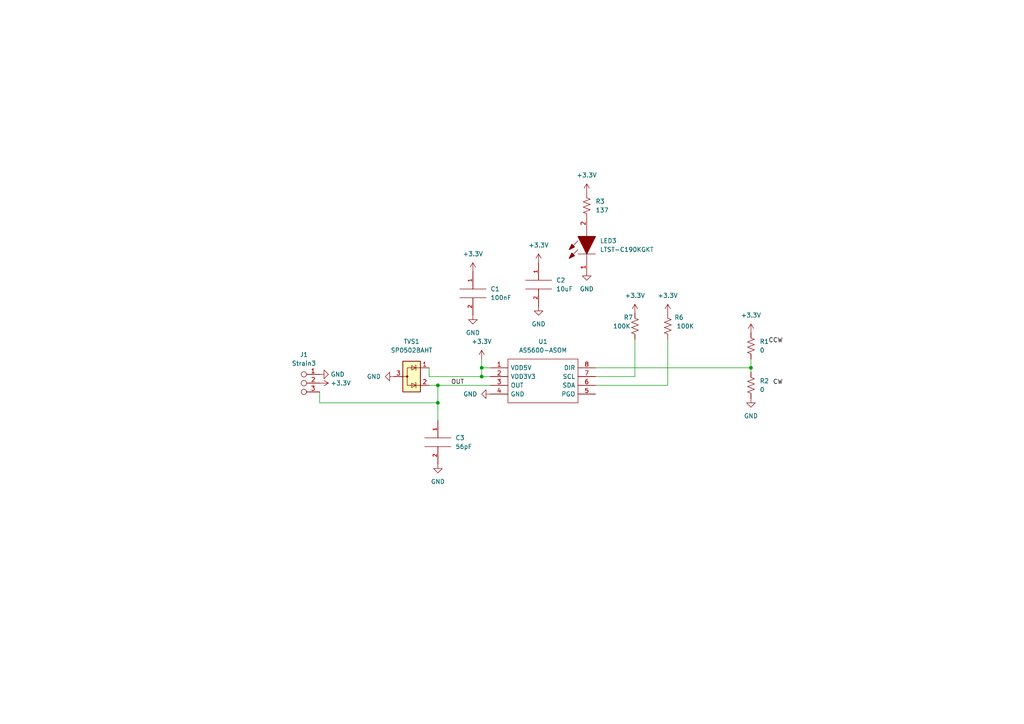
<source format=kicad_sch>
(kicad_sch (version 20211123) (generator eeschema)
  (paper "A4")
  (lib_symbols
    (symbol "Connector_Generic:Strain3" (pin_names (offset 1.016) hide)
      (property "Reference" "J" (at 0 5.08 0))
      (property "Value" "Strain3" (at 0 -5.08 0))
      (symbol "Strain3_0_1"
        (circle (center -0.508 -2.54) (radius 0.762))
        (circle (center -0.508 0) (radius 0.8032))
        (circle (center -0.508 2.54) (radius 0.762))
      )
      (symbol "Strain3_1_1"
        (pin passive line (at -5.08 2.54 0) (length 3.81) (name "Pin_1") (number "1"))
        (pin passive line (at -5.08 0 0) (length 3.75) (name "Pin_2") (number "2"))
        (pin passive line (at -5.08 -2.54 0) (length 3.81) (name "Pin_3") (number "3"))
      )
    )
    (symbol "Device:R_US" (pin_numbers hide) (pin_names (offset 0))
      (property "Reference" "R" (at 2.54 0 90))
      (property "Value" "R_US" (at -2.54 0 90))
      (symbol "R_US_0_1"
        (polyline (pts (xy 0 -2.286) (xy 0 -2.54)))
        (polyline (pts (xy 0 2.286) (xy 0 2.54)))
        (polyline (pts (xy 0 -0.762) (xy 1.016 -1.143) (xy 0 -1.524) (xy -1.016 -1.905) (xy 0 -2.286)))
        (polyline (pts (xy 0 0.762) (xy 1.016 0.381) (xy 0 0) (xy -1.016 -0.381) (xy 0 -0.762)))
        (polyline (pts (xy 0 2.286) (xy 1.016 1.905) (xy 0 1.524) (xy -1.016 1.143) (xy 0 0.762)))
      )
      (symbol "R_US_1_1"
        (pin passive line (at 0 3.81 270) (length 1.27) (name "~") (number "1"))
        (pin passive line (at 0 -3.81 90) (length 1.27) (name "~") (number "2"))
      )
    )
    (symbol "Power_Protection:SP0502BAHT" (pin_names hide)
      (property "Reference" "D" (at 5.715 2.54 0))
      (property "Value" "SP0502BAHT" (at 5.715 0.635 0))
      (symbol "SP0502BAHT_0_0"
        (pin passive line (at 0 -5.08 90) (length 2.54) (name "A") (number "3"))
      )
      (symbol "SP0502BAHT_0_1"
        (rectangle (start -4.445 2.54) (end 4.445 -2.54) (stroke (width 0.254)) (fill (type background)))
        (circle (center 0 -1.27) (radius 0.254) (fill (type outline)))
        (polyline (pts (xy -2.54 2.54) (xy -2.54 1.27)))
        (polyline (pts (xy 0 -1.27) (xy 0 -2.54)))
        (polyline (pts (xy 2.54 2.54) (xy 2.54 1.27)))
        (polyline (pts (xy -3.302 1.016) (xy -3.302 1.27) (xy -1.905 1.27) (xy -1.778 1.27)))
        (polyline (pts (xy -2.54 1.27) (xy -2.54 -1.27) (xy 2.54 -1.27) (xy 2.54 1.27)))
        (polyline (pts (xy -2.54 1.27) (xy -1.905 0) (xy -3.175 0) (xy -2.54 1.27)))
        (polyline (pts (xy 1.778 1.016) (xy 1.778 1.27) (xy 3.175 1.27) (xy 3.302 1.27)))
        (polyline (pts (xy 2.54 1.27) (xy 1.905 0) (xy 3.175 0) (xy 2.54 1.27)))
      )
      (symbol "SP0502BAHT_1_1"
        (pin passive line (at -2.54 5.08 270) (length 2.54) (name "K") (number "1"))
        (pin passive line (at 2.54 5.08 270) (length 2.54) (name "K") (number "2"))
      )
    )
    (symbol "import:AS5600-ASOM" (pin_names (offset 0.762))
      (property "Reference" "IC" (at 26.67 7.62 0))
      (property "Value" "AS5600-ASOM" (at 26.67 5.08 0))
      (symbol "AS5600-ASOM_0_0"
        (pin passive line (at 0 0 0) (length 5.08) (name "VDD5V") (number "1"))
        (pin passive line (at 0 -2.54 0) (length 5.08) (name "VDD3V3") (number "2"))
        (pin passive line (at 0 -5.08 0) (length 5.08) (name "OUT") (number "3"))
        (pin passive line (at 0 -7.62 0) (length 5.08) (name "GND") (number "4"))
        (pin passive line (at 30.48 -7.62 180) (length 5.08) (name "PGO") (number "5"))
        (pin passive line (at 30.48 -5.08 180) (length 5.08) (name "SDA") (number "6"))
        (pin passive line (at 30.48 -2.54 180) (length 5.08) (name "SCL") (number "7"))
        (pin passive line (at 30.48 0 180) (length 5.08) (name "DIR") (number "8"))
      )
      (symbol "AS5600-ASOM_0_1"
        (polyline (pts (xy 5.08 2.54) (xy 25.4 2.54) (xy 25.4 -10.16) (xy 5.08 -10.16) (xy 5.08 2.54)) (stroke (width 0.1524)))
      )
    )
    (symbol "import:LTST-C190KGKT" (pin_names (offset 0.762))
      (property "Reference" "LED" (at 12.7 8.89 0))
      (property "Value" "LTST-C190KGKT" (at 12.7 6.35 0))
      (symbol "LTST-C190KGKT_0_0"
        (pin passive line (at 0 0 0) (length 2.54) (name "~") (number "1"))
        (pin passive line (at 15.24 0 180) (length 2.54) (name "~") (number "2"))
      )
      (symbol "LTST-C190KGKT_0_1"
        (polyline (pts (xy 2.54 0) (xy 5.08 0)) (stroke (width 0.1524)))
        (polyline (pts (xy 5.08 2.54) (xy 5.08 -2.54)) (stroke (width 0.1524)))
        (polyline (pts (xy 6.35 2.54) (xy 3.81 5.08)) (stroke (width 0.1524)))
        (polyline (pts (xy 8.89 2.54) (xy 6.35 5.08)) (stroke (width 0.1524)))
        (polyline (pts (xy 10.16 0) (xy 12.7 0)) (stroke (width 0.1524)))
        (polyline (pts (xy 5.08 0) (xy 10.16 2.54) (xy 10.16 -2.54) (xy 5.08 0)) (stroke (width 0.254)) (fill (type outline)))
        (polyline (pts (xy 5.334 4.318) (xy 4.572 3.556) (xy 3.81 5.08) (xy 5.334 4.318)) (stroke (width 0.254)) (fill (type outline)))
        (polyline (pts (xy 7.874 4.318) (xy 7.112 3.556) (xy 6.35 5.08) (xy 7.874 4.318)) (stroke (width 0.254)) (fill (type outline)))
      )
    )
    (symbol "power:+3.3V" (power) (pin_names (offset 0))
      (property "Value" "+3.3V" (at 0 3.556 0))
      (symbol "+3.3V_0_1"
        (polyline (pts (xy -0.762 1.27) (xy 0 2.54)))
        (polyline (pts (xy 0 0) (xy 0 2.54)))
        (polyline (pts (xy 0 2.54) (xy 0.762 1.27)))
      )
      (symbol "+3.3V_1_1"
        (pin power_in line (at 0 0 90) (length 0) hide (name "+3.3V") (number "1"))
      )
    )
    (symbol "power:GND" (power) (pin_names (offset 0))
      (property "Value" "GND" (at 0 -3.81 0))
      (symbol "GND_0_1"
        (polyline (pts (xy 0 0) (xy 0 -1.27) (xy 1.27 -1.27) (xy 0 -2.54) (xy -1.27 -1.27) (xy 0 -1.27)))
      )
      (symbol "GND_1_1"
        (pin power_in line (at 0 0 270) (length 0) hide (name "GND") (number "1"))
      )
    )
    (symbol "pspice:C" (pin_names (offset 0.254))
      (property "Reference" "C" (at 2.54 3.81 90))
      (property "Value" "C" (at 2.54 -3.81 90))
      (symbol "C_0_1"
        (polyline (pts (xy -3.81 -1.27) (xy 3.81 -1.27)))
        (polyline (pts (xy -3.81 1.27) (xy 3.81 1.27)))
      )
      (symbol "C_1_1"
        (pin passive line (at 0 6.35 270) (length 5.08) (name "~") (number "1"))
        (pin passive line (at 0 -6.35 90) (length 5.08) (name "~") (number "2"))
      )
    )
    (symbol "pspice:CAP" (pin_names (offset 0.254))
      (property "Reference" "C" (at 2.54 3.81 90))
      (property "Value" "CAP" (at 2.54 -3.81 90))
      (symbol "CAP_0_1"
        (polyline (pts (xy -3.81 -1.27) (xy 3.81 -1.27)))
        (polyline (pts (xy -3.81 1.27) (xy 3.81 1.27)))
      )
      (symbol "CAP_1_1"
        (pin passive line (at 0 6.35 270) (length 5.08) (name "~") (number "1"))
        (pin passive line (at 0 -6.35 90) (length 5.08) (name "~") (number "2"))
      )
    )
  )
  (junction (at 217.805 106.68))
  (junction (at 139.7 109.22))
  (junction (at 139.7 106.68))
  (junction (at 127 116.84))
  (junction (at 127 111.76))
  (wire (pts (xy 139.7 109.22) (xy 124.46 109.22)))
  (wire (pts (xy 184.15 98.425) (xy 184.15 109.22)))
  (wire (pts (xy 193.675 111.76) (xy 193.675 98.425)))
  (wire (pts (xy 217.805 106.68) (xy 217.805 107.95)))
  (wire (pts (xy 217.805 104.14) (xy 217.805 106.68)))
  (wire (pts (xy 127 116.84) (xy 127 121.92)))
  (wire (pts (xy 139.7 104.14) (xy 139.7 106.68)))
  (wire (pts (xy 92.71 113.665) (xy 92.71 116.84)))
  (wire (pts (xy 127 111.76) (xy 142.24 111.76)))
  (wire (pts (xy 142.24 109.22) (xy 139.7 109.22)))
  (wire (pts (xy 172.72 106.68) (xy 217.805 106.68)))
  (wire (pts (xy 172.72 109.22) (xy 184.15 109.22)))
  (wire (pts (xy 139.7 109.22) (xy 139.7 106.68)))
  (wire (pts (xy 127 111.76) (xy 127 116.84)))
  (wire (pts (xy 172.72 111.76) (xy 193.675 111.76)))
  (wire (pts (xy 139.7 106.68) (xy 142.24 106.68)))
  (wire (pts (xy 124.46 111.76) (xy 127 111.76)))
  (wire (pts (xy 124.46 109.22) (xy 124.46 106.68)))
  (wire (pts (xy 92.71 116.84) (xy 127 116.84)))
  (label "CW" (at 224.155 111.76 0))
  (label "OUT" (at 130.81 111.76 0))
  (label "CCW" (at 222.885 99.695 0))
  (symbol (lib_id "power:GND") (at 142.24 114.3 270) (unit 1)
    (property "Reference" "#PWR0106" (effects hide))
    (property "Value" "GND" (at 138.43 114.2999 90) (effects (justify right)))
  )
  (symbol (lib_id "power:+3.3V") (at 92.71 111.125 270) (unit 1)
    (property "Reference" "#PWR0113" (effects hide))
    (property "Value" "+3.3V" (at 95.885 111.1249 90) (effects (justify left)))
  )
  (symbol (lib_id "Power_Protection:SP0502BAHT") (at 119.38 109.22 270) (unit 1)
    (property "Reference" "TVS1" (at 119.38 99.06 90))
    (property "Value" "SP0502BAHT" (at 119.38 101.6 90))
    (property "Footprint" "Package_TO_SOT_SMD:SOT-23" (effects hide))
    (property "Datasheet" "http://www.littelfuse.com/~/media/files/littelfuse/technical%20resources/documents/data%20sheets/sp05xxba.pdf" (effects hide))
  )
  (symbol (lib_id "power:+3.3V") (at 217.805 96.52 0) (unit 1)
    (property "Reference" "#PWR0111" (effects hide))
    (property "Value" "+3.3V" (at 217.805 91.44 0))
  )
  (symbol (lib_id "Device:R_US") (at 217.805 100.33 0) (unit 1)
    (property "Reference" "R1" (at 220.345 99.0599 0) (effects (justify left)))
    (property "Value" "0" (at 220.345 101.5999 0) (effects (justify left)))
    (property "Footprint" "Resistor_SMD:R_0603_1608Metric_Pad0.98x0.95mm_HandSolder" (effects hide))
  )
  (symbol (lib_id "power:GND") (at 156.21 88.9 0) (unit 1)
    (property "Reference" "#PWR0103" (effects hide))
    (property "Value" "GND" (at 156.21 93.98 0))
  )
  (symbol (lib_id "Device:R_US") (at 170.18 59.69 0) (unit 1)
    (property "Reference" "R3" (at 172.72 58.4199 0) (effects (justify left)))
    (property "Value" "137" (at 172.72 60.9599 0) (effects (justify left)))
    (property "Footprint" "Resistor_SMD:R_0603_1608Metric_Pad0.98x0.95mm_HandSolder" (effects hide))
  )
  (symbol (lib_id "power:GND") (at 217.805 115.57 0) (unit 1)
    (property "Reference" "#PWR0110" (effects hide))
    (property "Value" "GND" (at 217.805 120.65 0))
  )
  (symbol (lib_id "power:+3.3V") (at 139.7 104.14 0) (unit 1)
    (property "Reference" "#PWR0109" (effects hide))
    (property "Value" "+3.3V" (at 139.7 99.06 0))
  )
  (symbol (lib_id "power:GND") (at 170.18 78.74 0) (unit 1)
    (property "Reference" "#PWR0105" (effects hide))
    (property "Value" "GND" (at 170.18 83.82 0))
  )
  (symbol (lib_id "import:AS5600-ASOM") (at 142.24 106.68 0) (unit 1)
    (property "Reference" "U1" (at 157.48 99.06 0))
    (property "Value" "AS5600-ASOM" (at 157.48 101.6 0))
    (property "Footprint" "Package_SO:SOIC-8_3.9x4.9mm_P1.27mm" (effects hide))
    (property "Datasheet" "https://datasheet.datasheetarchive.com/originals/distributors/DKDS-11/214624.pdf" (effects hide))
    (property "Description" "IC SENSOR MAG ROTARY 12BIT 8SOIC" (effects hide))
    (property "Height" "1.75" (effects hide))
    (property "Mouser Part Number" "985-AS5600-ASOM" (effects hide))
    (property "Mouser Price/Stock" "https://www.mouser.co.uk/ProductDetail/ams/AS5600-ASOM?qs=KTMMzrZdriG6aU1h9lJCUQ%3D%3D" (effects hide))
    (property "Manufacturer_Name" "ams" (effects hide))
    (property "Manufacturer_Part_Number" "AS5600-ASOM" (effects hide))
  )
  (symbol (lib_id "import:LTST-C190KGKT") (at 170.18 78.74 90) (unit 1)
    (property "Reference" "LED3" (at 173.99 69.8499 90) (effects (justify right)))
    (property "Value" "LTST-C190KGKT" (at 173.99 72.3899 90) (effects (justify right)))
    (property "Footprint" "LED_SMD:LED_0603_1608Metric_Pad1.05x0.95mm_HandSolder" (effects hide))
    (property "Description" "Lite-On LTST-C190KGKT, 571 nm Green LED, 1608 (0603) SMD package" (effects hide))
    (property "Height" "0.8" (effects hide))
    (property "Mouser Part Number" "859-LTST-C190KGKT" (effects hide))
    (property "Mouser Price/Stock" "https://www.mouser.co.uk/ProductDetail/Lite-On/LTST-C190KGKT?qs=205qCy6M2Q%252BAdcgwUZktqw%3D%3D" (effects hide))
    (property "Manufacturer_Name" "Lite-On" (effects hide))
    (property "Manufacturer_Part_Number" "LTST-C190KGKT" (effects hide))
  )
  (symbol (lib_id "Connector_Generic:Strain3") (at 87.63 111.125 0) (mirror y) (unit 1)
    (property "Reference" "J1" (at 88.1474 102.87 0))
    (property "Value" "Strain3" (at 88.1474 105.41 0))
    (property "Footprint" "import:3Pin Strain Relief 1x03 2.54mm" (effects hide))
    (property "Datasheet" " " (effects hide))
  )
  (symbol (lib_id "power:+3.3V") (at 184.15 90.805 0) (unit 1)
    (property "Reference" "#PWR0116" (effects hide))
    (property "Value" "+3.3V" (at 184.15 85.725 0))
  )
  (symbol (lib_id "Device:R_US") (at 217.805 111.76 0) (unit 1)
    (property "Reference" "R2" (at 220.345 110.4899 0) (effects (justify left)))
    (property "Value" "0" (at 220.345 113.0299 0) (effects (justify left)))
    (property "Footprint" "Resistor_SMD:R_0603_1608Metric_Pad0.98x0.95mm_HandSolder" (effects hide))
  )
  (symbol (lib_id "power:GND") (at 92.71 108.585 90) (unit 1)
    (property "Reference" "#PWR0114" (effects hide))
    (property "Value" "GND" (at 95.885 108.5849 90) (effects (justify right)))
  )
  (symbol (lib_id "power:+3.3V") (at 137.16 78.74 0) (unit 1)
    (property "Reference" "#PWR0102" (effects hide))
    (property "Value" "+3.3V" (at 137.16 73.66 0))
  )
  (symbol (lib_id "Device:R_US") (at 193.675 94.615 180) (unit 1)
    (property "Reference" "R6" (at 195.58 92.075 0) (effects (justify right)))
    (property "Value" "100K" (at 196.215 94.615 0) (effects (justify right)))
    (property "Footprint" "Resistor_SMD:R_0603_1608Metric_Pad0.98x0.95mm_HandSolder" (effects hide))
  )
  (symbol (lib_id "pspice:CAP") (at 127 128.27 0) (unit 1)
    (property "Reference" "C3" (at 132.08 126.9999 0) (effects (justify left)))
    (property "Value" "56pF" (at 132.08 129.5399 0) (effects (justify left)))
    (property "Footprint" "Capacitor_SMD:C_0603_1608Metric_Pad1.08x0.95mm_HandSolder" (effects hide))
  )
  (symbol (lib_id "Device:R_US") (at 184.15 94.615 180) (unit 1)
    (property "Reference" "R7" (at 182.245 92.075 0))
    (property "Value" "100K" (at 180.34 94.615 0))
    (property "Footprint" "Resistor_SMD:R_0603_1608Metric_Pad0.98x0.95mm_HandSolder" (effects hide))
  )
  (symbol (lib_id "power:+3.3V") (at 170.18 55.88 0) (unit 1)
    (property "Reference" "#PWR0107" (effects hide))
    (property "Value" "+3.3V" (at 170.18 50.8 0))
  )
  (symbol (lib_id "power:GND") (at 137.16 91.44 0) (unit 1)
    (property "Reference" "#PWR0104" (effects hide))
    (property "Value" "GND" (at 137.16 96.52 0))
  )
  (symbol (lib_id "power:+3.3V") (at 156.21 76.2 0) (unit 1)
    (property "Reference" "#PWR0101" (effects hide))
    (property "Value" "+3.3V" (at 156.21 71.12 0))
  )
  (symbol (lib_id "pspice:C") (at 156.21 82.55 0) (unit 1)
    (property "Reference" "C2" (at 161.29 81.2799 0) (effects (justify left)))
    (property "Value" "10uF" (at 161.29 83.8199 0) (effects (justify left)))
    (property "Footprint" "Capacitor_SMD:C_0805_2012Metric_Pad1.18x1.45mm_HandSolder" (effects hide))
  )
  (symbol (lib_id "pspice:C") (at 137.16 85.09 0) (unit 1)
    (property "Reference" "C1" (at 142.24 83.8199 0) (effects (justify left)))
    (property "Value" "100nF" (at 142.24 86.3599 0) (effects (justify left)))
    (property "Footprint" "Capacitor_SMD:C_0603_1608Metric_Pad1.08x0.95mm_HandSolder" (effects hide))
  )
  (symbol (lib_id "power:GND") (at 127 134.62 0) (unit 1)
    (property "Reference" "#PWR0115" (effects hide))
    (property "Value" "GND" (at 127 139.7 0))
  )
  (symbol (lib_id "power:+3.3V") (at 193.675 90.805 0) (unit 1)
    (property "Reference" "#PWR0112" (effects hide))
    (property "Value" "+3.3V" (at 193.675 85.725 0))
  )
  (symbol (lib_id "power:GND") (at 114.3 109.22 270) (unit 1)
    (property "Reference" "#PWR0108" (effects hide))
    (property "Value" "GND" (at 110.49 109.2199 90) (effects (justify right)))
  )
)
</source>
